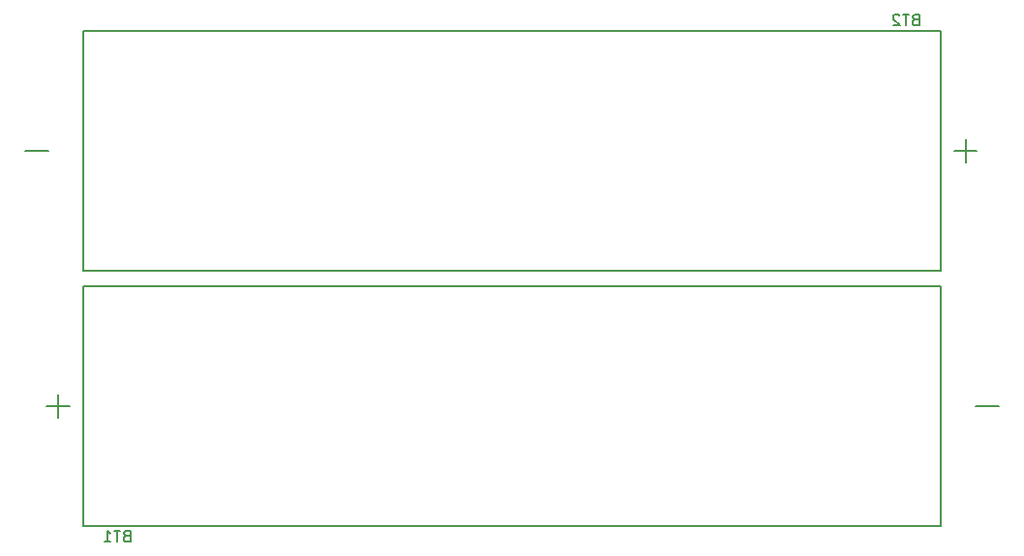
<source format=gbr>
%TF.GenerationSoftware,KiCad,Pcbnew,7.0.8*%
%TF.CreationDate,2023-10-22T12:25:58+02:00*%
%TF.ProjectId,Suspension_telemetry,53757370-656e-4736-996f-6e5f74656c65,rev?*%
%TF.SameCoordinates,Original*%
%TF.FileFunction,Legend,Bot*%
%TF.FilePolarity,Positive*%
%FSLAX46Y46*%
G04 Gerber Fmt 4.6, Leading zero omitted, Abs format (unit mm)*
G04 Created by KiCad (PCBNEW 7.0.8) date 2023-10-22 12:25:58*
%MOMM*%
%LPD*%
G01*
G04 APERTURE LIST*
%ADD10C,0.150000*%
%ADD11C,0.127000*%
G04 APERTURE END LIST*
D10*
X74230714Y-122685009D02*
X74087857Y-122732628D01*
X74087857Y-122732628D02*
X74040238Y-122780247D01*
X74040238Y-122780247D02*
X73992619Y-122875485D01*
X73992619Y-122875485D02*
X73992619Y-123018342D01*
X73992619Y-123018342D02*
X74040238Y-123113580D01*
X74040238Y-123113580D02*
X74087857Y-123161200D01*
X74087857Y-123161200D02*
X74183095Y-123208819D01*
X74183095Y-123208819D02*
X74564047Y-123208819D01*
X74564047Y-123208819D02*
X74564047Y-122208819D01*
X74564047Y-122208819D02*
X74230714Y-122208819D01*
X74230714Y-122208819D02*
X74135476Y-122256438D01*
X74135476Y-122256438D02*
X74087857Y-122304057D01*
X74087857Y-122304057D02*
X74040238Y-122399295D01*
X74040238Y-122399295D02*
X74040238Y-122494533D01*
X74040238Y-122494533D02*
X74087857Y-122589771D01*
X74087857Y-122589771D02*
X74135476Y-122637390D01*
X74135476Y-122637390D02*
X74230714Y-122685009D01*
X74230714Y-122685009D02*
X74564047Y-122685009D01*
X73706904Y-122208819D02*
X73135476Y-122208819D01*
X73421190Y-123208819D02*
X73421190Y-122208819D01*
X72278333Y-123208819D02*
X72849761Y-123208819D01*
X72564047Y-123208819D02*
X72564047Y-122208819D01*
X72564047Y-122208819D02*
X72659285Y-122351676D01*
X72659285Y-122351676D02*
X72754523Y-122446914D01*
X72754523Y-122446914D02*
X72849761Y-122494533D01*
X143238714Y-77473009D02*
X143095857Y-77520628D01*
X143095857Y-77520628D02*
X143048238Y-77568247D01*
X143048238Y-77568247D02*
X143000619Y-77663485D01*
X143000619Y-77663485D02*
X143000619Y-77806342D01*
X143000619Y-77806342D02*
X143048238Y-77901580D01*
X143048238Y-77901580D02*
X143095857Y-77949200D01*
X143095857Y-77949200D02*
X143191095Y-77996819D01*
X143191095Y-77996819D02*
X143572047Y-77996819D01*
X143572047Y-77996819D02*
X143572047Y-76996819D01*
X143572047Y-76996819D02*
X143238714Y-76996819D01*
X143238714Y-76996819D02*
X143143476Y-77044438D01*
X143143476Y-77044438D02*
X143095857Y-77092057D01*
X143095857Y-77092057D02*
X143048238Y-77187295D01*
X143048238Y-77187295D02*
X143048238Y-77282533D01*
X143048238Y-77282533D02*
X143095857Y-77377771D01*
X143095857Y-77377771D02*
X143143476Y-77425390D01*
X143143476Y-77425390D02*
X143238714Y-77473009D01*
X143238714Y-77473009D02*
X143572047Y-77473009D01*
X142714904Y-76996819D02*
X142143476Y-76996819D01*
X142429190Y-77996819D02*
X142429190Y-76996819D01*
X141857761Y-77092057D02*
X141810142Y-77044438D01*
X141810142Y-77044438D02*
X141714904Y-76996819D01*
X141714904Y-76996819D02*
X141476809Y-76996819D01*
X141476809Y-76996819D02*
X141381571Y-77044438D01*
X141381571Y-77044438D02*
X141333952Y-77092057D01*
X141333952Y-77092057D02*
X141286333Y-77187295D01*
X141286333Y-77187295D02*
X141286333Y-77282533D01*
X141286333Y-77282533D02*
X141333952Y-77425390D01*
X141333952Y-77425390D02*
X141905380Y-77996819D01*
X141905380Y-77996819D02*
X141286333Y-77996819D01*
D11*
%TO.C,BT1*%
X67270000Y-111324000D02*
X69270000Y-111324000D01*
X68270000Y-112324000D02*
X68270000Y-110324000D01*
X70420000Y-100834000D02*
X70420000Y-121814000D01*
X70420000Y-121814000D02*
X145480000Y-121814000D01*
X145476000Y-121814000D02*
X145476000Y-100834000D01*
X145480000Y-100834000D02*
X70420000Y-100834000D01*
X148530000Y-111324000D02*
X150530000Y-111324000D01*
%TO.C,BT2*%
X148628000Y-88972000D02*
X146628000Y-88972000D01*
X147628000Y-87972000D02*
X147628000Y-89972000D01*
X145478000Y-99462000D02*
X145478000Y-78482000D01*
X145478000Y-78482000D02*
X70418000Y-78482000D01*
X70422000Y-78482000D02*
X70422000Y-99462000D01*
X70418000Y-99462000D02*
X145478000Y-99462000D01*
X67368000Y-88972000D02*
X65368000Y-88972000D01*
%TD*%
M02*

</source>
